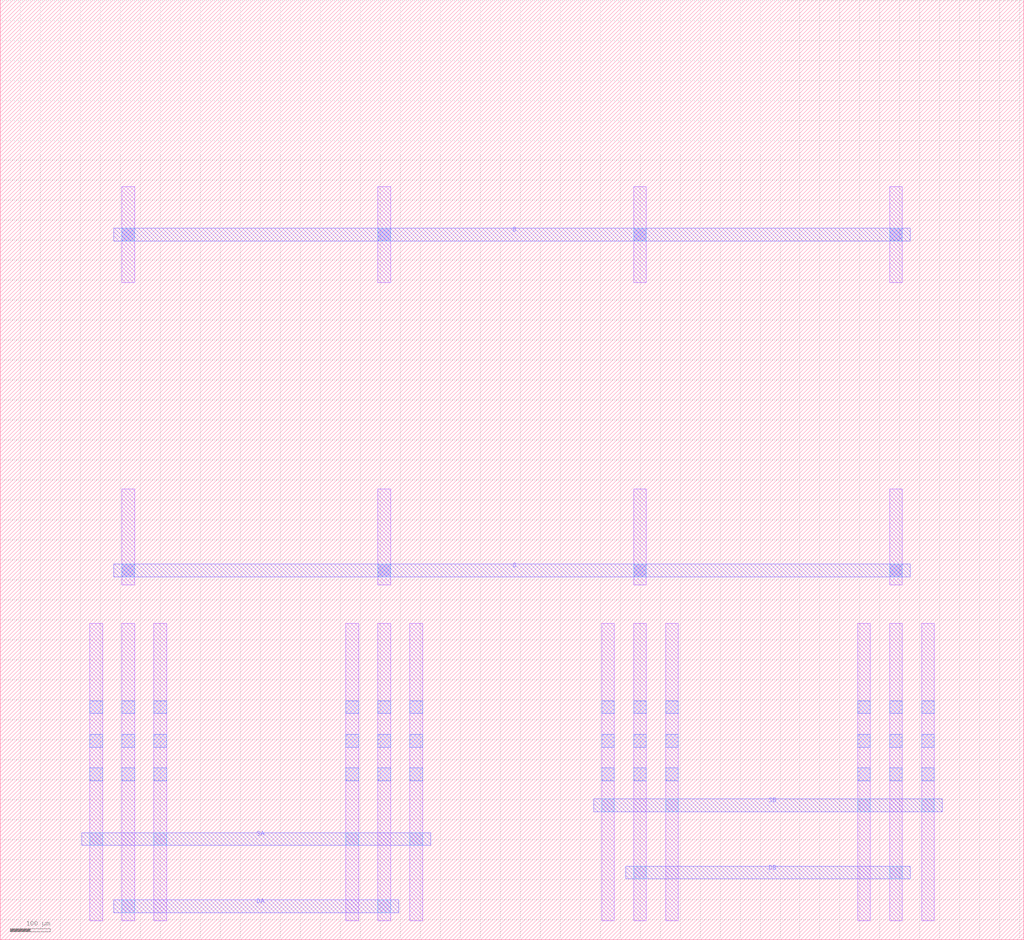
<source format=lef>
MACRO CMC_S_NMOS_B_2722902_X2_Y1
  UNITS 
    DATABASE MICRONS UNITS 1000;
  END UNITS 
  ORIGIN 0 0 ;
  FOREIGN CMC_S_NMOS_B_2722902_X2_Y1 0 0 ;
  SIZE 2560 BY 2352 ;
  PIN B
    DIRECTION INOUT ;
    USE SIGNAL ;
    PORT
      LAYER M2 ;
        RECT 284 1748 2276 1780 ;
    END
  END B
  PIN DA
    DIRECTION INOUT ;
    USE SIGNAL ;
    PORT
      LAYER M2 ;
        RECT 284 68 996 100 ;
    END
  END DA
  PIN DB
    DIRECTION INOUT ;
    USE SIGNAL ;
    PORT
      LAYER M2 ;
        RECT 1564 152 2276 184 ;
    END
  END DB
  PIN G
    DIRECTION INOUT ;
    USE SIGNAL ;
    PORT
      LAYER M2 ;
        RECT 284 908 2276 940 ;
    END
  END G
  PIN SA
    DIRECTION INOUT ;
    USE SIGNAL ;
    PORT
      LAYER M2 ;
        RECT 204 236 1076 268 ;
    END
  END SA
  PIN SB
    DIRECTION INOUT ;
    USE SIGNAL ;
    PORT
      LAYER M2 ;
        RECT 1484 320 2356 352 ;
    END
  END SB
  OBS
    LAYER M1 ;
      RECT 304 48 336 792 ;
    LAYER M1 ;
      RECT 304 888 336 1128 ;
    LAYER M1 ;
      RECT 304 1644 336 1884 ;
    LAYER M1 ;
      RECT 224 48 256 792 ;
    LAYER M1 ;
      RECT 384 48 416 792 ;
    LAYER M1 ;
      RECT 944 48 976 792 ;
    LAYER M1 ;
      RECT 944 888 976 1128 ;
    LAYER M1 ;
      RECT 944 1644 976 1884 ;
    LAYER M1 ;
      RECT 864 48 896 792 ;
    LAYER M1 ;
      RECT 1024 48 1056 792 ;
    LAYER M1 ;
      RECT 1584 48 1616 792 ;
    LAYER M1 ;
      RECT 1584 888 1616 1128 ;
    LAYER M1 ;
      RECT 1584 1644 1616 1884 ;
    LAYER M1 ;
      RECT 1504 48 1536 792 ;
    LAYER M1 ;
      RECT 1664 48 1696 792 ;
    LAYER M1 ;
      RECT 2224 48 2256 792 ;
    LAYER M1 ;
      RECT 2224 888 2256 1128 ;
    LAYER M1 ;
      RECT 2224 1644 2256 1884 ;
    LAYER M1 ;
      RECT 2144 48 2176 792 ;
    LAYER M1 ;
      RECT 2304 48 2336 792 ;
    LAYER V1 ;
      RECT 944 68 976 100 ;
    LAYER V1 ;
      RECT 944 908 976 940 ;
    LAYER V1 ;
      RECT 944 1748 976 1780 ;
    LAYER V1 ;
      RECT 304 68 336 100 ;
    LAYER V1 ;
      RECT 304 908 336 940 ;
    LAYER V1 ;
      RECT 304 1748 336 1780 ;
    LAYER V1 ;
      RECT 2224 152 2256 184 ;
    LAYER V1 ;
      RECT 2224 908 2256 940 ;
    LAYER V1 ;
      RECT 2224 1748 2256 1780 ;
    LAYER V1 ;
      RECT 1584 152 1616 184 ;
    LAYER V1 ;
      RECT 1584 908 1616 940 ;
    LAYER V1 ;
      RECT 1584 1748 1616 1780 ;
    LAYER V1 ;
      RECT 864 236 896 268 ;
    LAYER V1 ;
      RECT 1024 236 1056 268 ;
    LAYER V1 ;
      RECT 224 236 256 268 ;
    LAYER V1 ;
      RECT 384 236 416 268 ;
    LAYER V1 ;
      RECT 2144 320 2176 352 ;
    LAYER V1 ;
      RECT 1664 320 1696 352 ;
    LAYER V1 ;
      RECT 1504 320 1536 352 ;
    LAYER V1 ;
      RECT 2304 320 2336 352 ;
    LAYER V0 ;
      RECT 304 398 336 430 ;
    LAYER V0 ;
      RECT 304 482 336 514 ;
    LAYER V0 ;
      RECT 304 566 336 598 ;
    LAYER V0 ;
      RECT 304 908 336 940 ;
    LAYER V0 ;
      RECT 304 1748 336 1780 ;
    LAYER V0 ;
      RECT 224 398 256 430 ;
    LAYER V0 ;
      RECT 224 482 256 514 ;
    LAYER V0 ;
      RECT 224 566 256 598 ;
    LAYER V0 ;
      RECT 384 398 416 430 ;
    LAYER V0 ;
      RECT 384 482 416 514 ;
    LAYER V0 ;
      RECT 384 566 416 598 ;
    LAYER V0 ;
      RECT 944 398 976 430 ;
    LAYER V0 ;
      RECT 944 482 976 514 ;
    LAYER V0 ;
      RECT 944 566 976 598 ;
    LAYER V0 ;
      RECT 944 908 976 940 ;
    LAYER V0 ;
      RECT 944 1748 976 1780 ;
    LAYER V0 ;
      RECT 864 398 896 430 ;
    LAYER V0 ;
      RECT 864 482 896 514 ;
    LAYER V0 ;
      RECT 864 566 896 598 ;
    LAYER V0 ;
      RECT 1024 398 1056 430 ;
    LAYER V0 ;
      RECT 1024 482 1056 514 ;
    LAYER V0 ;
      RECT 1024 566 1056 598 ;
    LAYER V0 ;
      RECT 1584 398 1616 430 ;
    LAYER V0 ;
      RECT 1584 482 1616 514 ;
    LAYER V0 ;
      RECT 1584 566 1616 598 ;
    LAYER V0 ;
      RECT 1584 908 1616 940 ;
    LAYER V0 ;
      RECT 1584 1748 1616 1780 ;
    LAYER V0 ;
      RECT 1504 398 1536 430 ;
    LAYER V0 ;
      RECT 1504 482 1536 514 ;
    LAYER V0 ;
      RECT 1504 566 1536 598 ;
    LAYER V0 ;
      RECT 1664 398 1696 430 ;
    LAYER V0 ;
      RECT 1664 482 1696 514 ;
    LAYER V0 ;
      RECT 1664 566 1696 598 ;
    LAYER V0 ;
      RECT 2224 398 2256 430 ;
    LAYER V0 ;
      RECT 2224 482 2256 514 ;
    LAYER V0 ;
      RECT 2224 566 2256 598 ;
    LAYER V0 ;
      RECT 2224 908 2256 940 ;
    LAYER V0 ;
      RECT 2224 1748 2256 1780 ;
    LAYER V0 ;
      RECT 2144 398 2176 430 ;
    LAYER V0 ;
      RECT 2144 482 2176 514 ;
    LAYER V0 ;
      RECT 2144 566 2176 598 ;
    LAYER V0 ;
      RECT 2304 398 2336 430 ;
    LAYER V0 ;
      RECT 2304 482 2336 514 ;
    LAYER V0 ;
      RECT 2304 566 2336 598 ;
  END
END CMC_S_NMOS_B_2722902_X2_Y1

</source>
